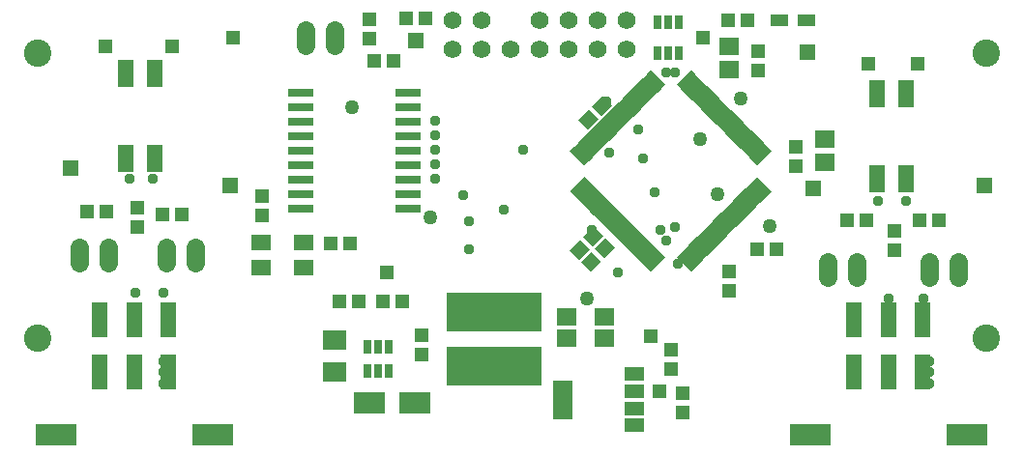
<source format=gts>
G75*
G70*
%OFA0B0*%
%FSLAX24Y24*%
%IPPOS*%
%LPD*%
%AMOC8*
5,1,8,0,0,1.08239X$1,22.5*
%
%ADD10C,0.0946*%
%ADD11R,0.0198X0.0710*%
%ADD12R,0.0474X0.0513*%
%ADD13C,0.0620*%
%ADD14R,0.0671X0.0631*%
%ADD15R,0.0513X0.0474*%
%ADD16R,0.0316X0.0493*%
%ADD17R,0.0631X0.0434*%
%ADD18R,0.0710X0.0572*%
%ADD19C,0.0620*%
%ADD20R,0.0552X0.0950*%
%ADD21R,0.0867X0.0316*%
%ADD22R,0.0580X0.1230*%
%ADD23R,0.1430X0.0730*%
%ADD24R,0.0671X0.0474*%
%ADD25R,0.0671X0.1379*%
%ADD26R,0.0277X0.0474*%
%ADD27R,0.0789X0.0710*%
%ADD28R,0.0671X0.0592*%
%ADD29R,0.3308X0.1379*%
%ADD30R,0.1064X0.0749*%
%ADD31R,0.0552X0.0552*%
%ADD32R,0.0496X0.0496*%
%ADD33C,0.0377*%
%ADD34C,0.0496*%
D10*
X027294Y005832D03*
X027294Y015675D03*
X059972Y015675D03*
X059972Y005832D03*
D11*
G36*
X051753Y010071D02*
X051613Y009931D01*
X051111Y010433D01*
X051251Y010573D01*
X051753Y010071D01*
G37*
G36*
X051892Y010210D02*
X051752Y010070D01*
X051250Y010572D01*
X051390Y010712D01*
X051892Y010210D01*
G37*
G36*
X052031Y010349D02*
X051891Y010209D01*
X051389Y010711D01*
X051529Y010851D01*
X052031Y010349D01*
G37*
G36*
X052170Y010488D02*
X052030Y010348D01*
X051528Y010850D01*
X051668Y010990D01*
X052170Y010488D01*
G37*
G36*
X052309Y010627D02*
X052169Y010487D01*
X051667Y010989D01*
X051807Y011129D01*
X052309Y010627D01*
G37*
G36*
X052449Y010766D02*
X052309Y010626D01*
X051807Y011128D01*
X051947Y011268D01*
X052449Y010766D01*
G37*
G36*
X052588Y010906D02*
X052448Y010766D01*
X051946Y011268D01*
X052086Y011408D01*
X052588Y010906D01*
G37*
G36*
X051613Y009931D02*
X051473Y009791D01*
X050971Y010293D01*
X051111Y010433D01*
X051613Y009931D01*
G37*
G36*
X051474Y009792D02*
X051334Y009652D01*
X050832Y010154D01*
X050972Y010294D01*
X051474Y009792D01*
G37*
G36*
X051335Y009653D02*
X051195Y009513D01*
X050693Y010015D01*
X050833Y010155D01*
X051335Y009653D01*
G37*
G36*
X051196Y009514D02*
X051056Y009374D01*
X050554Y009876D01*
X050694Y010016D01*
X051196Y009514D01*
G37*
G36*
X051057Y009375D02*
X050917Y009235D01*
X050415Y009737D01*
X050555Y009877D01*
X051057Y009375D01*
G37*
G36*
X050917Y009235D02*
X050777Y009095D01*
X050275Y009597D01*
X050415Y009737D01*
X050917Y009235D01*
G37*
G36*
X050778Y009096D02*
X050638Y008956D01*
X050136Y009458D01*
X050276Y009598D01*
X050778Y009096D01*
G37*
G36*
X050639Y008957D02*
X050499Y008817D01*
X049997Y009319D01*
X050137Y009459D01*
X050639Y008957D01*
G37*
G36*
X050500Y008818D02*
X050360Y008678D01*
X049858Y009180D01*
X049998Y009320D01*
X050500Y008818D01*
G37*
G36*
X050361Y008679D02*
X050221Y008539D01*
X049719Y009041D01*
X049859Y009181D01*
X050361Y008679D01*
G37*
G36*
X050221Y008539D02*
X050081Y008399D01*
X049579Y008901D01*
X049719Y009041D01*
X050221Y008539D01*
G37*
G36*
X050082Y008400D02*
X049942Y008260D01*
X049440Y008762D01*
X049580Y008902D01*
X050082Y008400D01*
G37*
G36*
X049943Y008261D02*
X049803Y008121D01*
X049301Y008623D01*
X049441Y008763D01*
X049943Y008261D01*
G37*
G36*
X048411Y008121D02*
X048271Y008261D01*
X048773Y008763D01*
X048913Y008623D01*
X048411Y008121D01*
G37*
G36*
X048272Y008260D02*
X048132Y008400D01*
X048634Y008902D01*
X048774Y008762D01*
X048272Y008260D01*
G37*
G36*
X048133Y008399D02*
X047993Y008539D01*
X048495Y009041D01*
X048635Y008901D01*
X048133Y008399D01*
G37*
G36*
X047993Y008539D02*
X047853Y008679D01*
X048355Y009181D01*
X048495Y009041D01*
X047993Y008539D01*
G37*
G36*
X047854Y008678D02*
X047714Y008818D01*
X048216Y009320D01*
X048356Y009180D01*
X047854Y008678D01*
G37*
G36*
X047715Y008817D02*
X047575Y008957D01*
X048077Y009459D01*
X048217Y009319D01*
X047715Y008817D01*
G37*
G36*
X047576Y008956D02*
X047436Y009096D01*
X047938Y009598D01*
X048078Y009458D01*
X047576Y008956D01*
G37*
G36*
X047437Y009095D02*
X047297Y009235D01*
X047799Y009737D01*
X047939Y009597D01*
X047437Y009095D01*
G37*
G36*
X047298Y009235D02*
X047158Y009375D01*
X047660Y009877D01*
X047800Y009737D01*
X047298Y009235D01*
G37*
G36*
X047158Y009374D02*
X047018Y009514D01*
X047520Y010016D01*
X047660Y009876D01*
X047158Y009374D01*
G37*
G36*
X047019Y009513D02*
X046879Y009653D01*
X047381Y010155D01*
X047521Y010015D01*
X047019Y009513D01*
G37*
G36*
X046880Y009652D02*
X046740Y009792D01*
X047242Y010294D01*
X047382Y010154D01*
X046880Y009652D01*
G37*
G36*
X046741Y009791D02*
X046601Y009931D01*
X047103Y010433D01*
X047243Y010293D01*
X046741Y009791D01*
G37*
G36*
X046602Y009931D02*
X046462Y010071D01*
X046964Y010573D01*
X047104Y010433D01*
X046602Y009931D01*
G37*
G36*
X046462Y010070D02*
X046322Y010210D01*
X046824Y010712D01*
X046964Y010572D01*
X046462Y010070D01*
G37*
G36*
X046323Y010209D02*
X046183Y010349D01*
X046685Y010851D01*
X046825Y010711D01*
X046323Y010209D01*
G37*
G36*
X046184Y010348D02*
X046044Y010488D01*
X046546Y010990D01*
X046686Y010850D01*
X046184Y010348D01*
G37*
G36*
X046045Y010487D02*
X045905Y010627D01*
X046407Y011129D01*
X046547Y010989D01*
X046045Y010487D01*
G37*
G36*
X045906Y010626D02*
X045766Y010766D01*
X046268Y011268D01*
X046408Y011128D01*
X045906Y010626D01*
G37*
G36*
X045766Y010766D02*
X045626Y010906D01*
X046128Y011408D01*
X046268Y011268D01*
X045766Y010766D01*
G37*
G36*
X045626Y012298D02*
X045766Y012438D01*
X046268Y011936D01*
X046128Y011796D01*
X045626Y012298D01*
G37*
G36*
X045766Y012437D02*
X045906Y012577D01*
X046408Y012075D01*
X046268Y011935D01*
X045766Y012437D01*
G37*
G36*
X045905Y012576D02*
X046045Y012716D01*
X046547Y012214D01*
X046407Y012074D01*
X045905Y012576D01*
G37*
G36*
X046044Y012715D02*
X046184Y012855D01*
X046686Y012353D01*
X046546Y012213D01*
X046044Y012715D01*
G37*
G36*
X046183Y012855D02*
X046323Y012995D01*
X046825Y012493D01*
X046685Y012353D01*
X046183Y012855D01*
G37*
G36*
X046322Y012994D02*
X046462Y013134D01*
X046964Y012632D01*
X046824Y012492D01*
X046322Y012994D01*
G37*
G36*
X046462Y013133D02*
X046602Y013273D01*
X047104Y012771D01*
X046964Y012631D01*
X046462Y013133D01*
G37*
G36*
X046601Y013272D02*
X046741Y013412D01*
X047243Y012910D01*
X047103Y012770D01*
X046601Y013272D01*
G37*
G36*
X046740Y013411D02*
X046880Y013551D01*
X047382Y013049D01*
X047242Y012909D01*
X046740Y013411D01*
G37*
G36*
X046879Y013550D02*
X047019Y013690D01*
X047521Y013188D01*
X047381Y013048D01*
X046879Y013550D01*
G37*
G36*
X047018Y013690D02*
X047158Y013830D01*
X047660Y013328D01*
X047520Y013188D01*
X047018Y013690D01*
G37*
G36*
X047158Y013829D02*
X047298Y013969D01*
X047800Y013467D01*
X047660Y013327D01*
X047158Y013829D01*
G37*
G36*
X047297Y013968D02*
X047437Y014108D01*
X047939Y013606D01*
X047799Y013466D01*
X047297Y013968D01*
G37*
G36*
X047436Y014107D02*
X047576Y014247D01*
X048078Y013745D01*
X047938Y013605D01*
X047436Y014107D01*
G37*
G36*
X047575Y014246D02*
X047715Y014386D01*
X048217Y013884D01*
X048077Y013744D01*
X047575Y014246D01*
G37*
G36*
X047714Y014386D02*
X047854Y014526D01*
X048356Y014024D01*
X048216Y013884D01*
X047714Y014386D01*
G37*
G36*
X047853Y014525D02*
X047993Y014665D01*
X048495Y014163D01*
X048355Y014023D01*
X047853Y014525D01*
G37*
G36*
X047993Y014664D02*
X048133Y014804D01*
X048635Y014302D01*
X048495Y014162D01*
X047993Y014664D01*
G37*
G36*
X048132Y014803D02*
X048272Y014943D01*
X048774Y014441D01*
X048634Y014301D01*
X048132Y014803D01*
G37*
G36*
X048271Y014942D02*
X048411Y015082D01*
X048913Y014580D01*
X048773Y014440D01*
X048271Y014942D01*
G37*
G36*
X049803Y015082D02*
X049943Y014942D01*
X049441Y014440D01*
X049301Y014580D01*
X049803Y015082D01*
G37*
G36*
X049942Y014943D02*
X050082Y014803D01*
X049580Y014301D01*
X049440Y014441D01*
X049942Y014943D01*
G37*
G36*
X050081Y014804D02*
X050221Y014664D01*
X049719Y014162D01*
X049579Y014302D01*
X050081Y014804D01*
G37*
G36*
X050221Y014665D02*
X050361Y014525D01*
X049859Y014023D01*
X049719Y014163D01*
X050221Y014665D01*
G37*
G36*
X050360Y014526D02*
X050500Y014386D01*
X049998Y013884D01*
X049858Y014024D01*
X050360Y014526D01*
G37*
G36*
X050499Y014386D02*
X050639Y014246D01*
X050137Y013744D01*
X049997Y013884D01*
X050499Y014386D01*
G37*
G36*
X050638Y014247D02*
X050778Y014107D01*
X050276Y013605D01*
X050136Y013745D01*
X050638Y014247D01*
G37*
G36*
X050777Y014108D02*
X050917Y013968D01*
X050415Y013466D01*
X050275Y013606D01*
X050777Y014108D01*
G37*
G36*
X050917Y013969D02*
X051057Y013829D01*
X050555Y013327D01*
X050415Y013467D01*
X050917Y013969D01*
G37*
G36*
X051056Y013830D02*
X051196Y013690D01*
X050694Y013188D01*
X050554Y013328D01*
X051056Y013830D01*
G37*
G36*
X051195Y013690D02*
X051335Y013550D01*
X050833Y013048D01*
X050693Y013188D01*
X051195Y013690D01*
G37*
G36*
X051334Y013551D02*
X051474Y013411D01*
X050972Y012909D01*
X050832Y013049D01*
X051334Y013551D01*
G37*
G36*
X051473Y013412D02*
X051613Y013272D01*
X051111Y012770D01*
X050971Y012910D01*
X051473Y013412D01*
G37*
G36*
X051613Y013273D02*
X051753Y013133D01*
X051251Y012631D01*
X051111Y012771D01*
X051613Y013273D01*
G37*
G36*
X051752Y013134D02*
X051892Y012994D01*
X051390Y012492D01*
X051250Y012632D01*
X051752Y013134D01*
G37*
G36*
X051891Y012995D02*
X052031Y012855D01*
X051529Y012353D01*
X051389Y012493D01*
X051891Y012995D01*
G37*
G36*
X052030Y012855D02*
X052170Y012715D01*
X051668Y012213D01*
X051528Y012353D01*
X052030Y012855D01*
G37*
G36*
X052169Y012716D02*
X052309Y012576D01*
X051807Y012074D01*
X051667Y012214D01*
X052169Y012716D01*
G37*
G36*
X052309Y012577D02*
X052449Y012437D01*
X051947Y011935D01*
X051807Y012075D01*
X052309Y012577D01*
G37*
G36*
X052448Y012438D02*
X052588Y012298D01*
X052086Y011796D01*
X051946Y011936D01*
X052448Y012438D01*
G37*
D12*
X053407Y012436D03*
X053407Y011767D03*
X055172Y009902D03*
X055842Y009902D03*
X056807Y009536D03*
X057672Y009902D03*
X058342Y009902D03*
X056807Y008867D03*
X052742Y008902D03*
X052072Y008902D03*
X051107Y008136D03*
X051107Y007467D03*
X049107Y005436D03*
X049107Y004767D03*
X049507Y003936D03*
X049507Y003267D03*
X040507Y005267D03*
X040507Y005936D03*
X039842Y007102D03*
X039172Y007102D03*
X038342Y007102D03*
X037672Y007102D03*
X035007Y010067D03*
X035007Y010736D03*
X032242Y010102D03*
X031572Y010102D03*
X030707Y010336D03*
X029642Y010202D03*
X028972Y010202D03*
X030707Y009667D03*
X039972Y016874D03*
X040642Y016874D03*
X051072Y016805D03*
X051742Y016805D03*
X052107Y015736D03*
X052107Y015067D03*
D13*
X047584Y015807D03*
X046584Y015807D03*
X045584Y015807D03*
X044584Y015807D03*
X043584Y015807D03*
X042584Y015807D03*
X041584Y015807D03*
X041584Y016807D03*
X042584Y016807D03*
X044584Y016807D03*
X045584Y016807D03*
X046584Y016807D03*
X047584Y016807D03*
D14*
X051107Y015905D03*
X051107Y015098D03*
X054407Y012705D03*
X054407Y011898D03*
D15*
G36*
X047072Y013858D02*
X046711Y013497D01*
X046376Y013832D01*
X046737Y014193D01*
X047072Y013858D01*
G37*
G36*
X046599Y013384D02*
X046238Y013023D01*
X045903Y013358D01*
X046264Y013719D01*
X046599Y013384D01*
G37*
X039542Y015402D03*
X038872Y015402D03*
X038707Y016167D03*
X038707Y016836D03*
G36*
X046085Y009327D02*
X046446Y009688D01*
X046781Y009353D01*
X046420Y008992D01*
X046085Y009327D01*
G37*
G36*
X045611Y008854D02*
X045972Y009215D01*
X046307Y008880D01*
X045946Y008519D01*
X045611Y008854D01*
G37*
G36*
X046007Y008447D02*
X046368Y008808D01*
X046703Y008473D01*
X046342Y008112D01*
X046007Y008447D01*
G37*
G36*
X046480Y008921D02*
X046841Y009282D01*
X047176Y008947D01*
X046815Y008586D01*
X046480Y008921D01*
G37*
X038042Y009102D03*
X037372Y009102D03*
D16*
X048633Y015670D03*
X049007Y015670D03*
X049381Y015670D03*
X049381Y016733D03*
X049007Y016733D03*
X048633Y016733D03*
D17*
X052836Y016805D03*
X053781Y016805D03*
D18*
X036435Y009135D03*
X034979Y009135D03*
X034979Y008269D03*
X036435Y008269D03*
D19*
X032707Y008432D02*
X032707Y008972D01*
X031707Y008972D02*
X031707Y008432D01*
X029707Y008432D02*
X029707Y008972D01*
X028707Y008972D02*
X028707Y008432D01*
X036507Y015932D02*
X036507Y016472D01*
X037507Y016472D02*
X037507Y015932D01*
X054507Y008472D02*
X054507Y007932D01*
X055507Y007932D02*
X055507Y008472D01*
X058007Y008472D02*
X058007Y007932D01*
X059007Y007932D02*
X059007Y008472D01*
D20*
X057199Y011345D03*
X056215Y011345D03*
X056215Y014258D03*
X057199Y014258D03*
X031299Y014958D03*
X030315Y014958D03*
X030315Y012045D03*
X031299Y012045D03*
D21*
X036357Y011802D03*
X036357Y012302D03*
X036357Y012802D03*
X036357Y013302D03*
X036357Y013802D03*
X036357Y014302D03*
X040057Y014302D03*
X040057Y013802D03*
X040057Y013302D03*
X040057Y012802D03*
X040057Y012302D03*
X040057Y011802D03*
X040057Y011302D03*
X040057Y010802D03*
X040057Y010302D03*
X036357Y010302D03*
X036357Y010802D03*
X036357Y011302D03*
D22*
X031788Y006478D03*
X030607Y006478D03*
X029426Y006478D03*
X029426Y004655D03*
X030607Y004655D03*
X031788Y004655D03*
X055426Y004655D03*
X056607Y004655D03*
X057788Y004655D03*
X057788Y006478D03*
X056607Y006478D03*
X055426Y006478D03*
D23*
X053897Y002502D03*
X059317Y002502D03*
X033317Y002502D03*
X027897Y002502D03*
D24*
X047847Y002816D03*
X047847Y003406D03*
X047847Y003997D03*
X047847Y004588D03*
D25*
X045367Y003702D03*
D26*
X039381Y004688D03*
X039007Y004688D03*
X038633Y004688D03*
X038633Y005515D03*
X039007Y005515D03*
X039381Y005515D03*
D27*
X037507Y005753D03*
X037507Y004651D03*
D28*
X045507Y005828D03*
X046807Y005828D03*
X046807Y006576D03*
X045507Y006576D03*
D29*
X043007Y006727D03*
X043007Y004877D03*
D30*
X040294Y003602D03*
X038720Y003602D03*
D31*
X033907Y011102D03*
X028407Y011702D03*
X040307Y016102D03*
X053807Y015702D03*
X054007Y011002D03*
X059907Y011102D03*
D32*
X057607Y015302D03*
X055907Y015302D03*
X050207Y016202D03*
X034007Y016202D03*
X031907Y015902D03*
X029607Y015902D03*
X039307Y008102D03*
X048407Y005902D03*
X048707Y004002D03*
D33*
X056625Y007210D03*
X057806Y007210D03*
X058003Y005045D03*
X058003Y004651D03*
X058003Y004258D03*
X049342Y008391D03*
X048948Y009179D03*
X048751Y009573D03*
X049243Y009671D03*
X046389Y009573D03*
X047275Y008096D03*
X043338Y010262D03*
X042157Y009868D03*
X041960Y010754D03*
X040976Y011344D03*
X040976Y011836D03*
X040976Y012329D03*
X040976Y012821D03*
X040976Y013313D03*
X044027Y012329D03*
X046980Y012230D03*
X048161Y012033D03*
X047964Y013017D03*
X046881Y014002D03*
X048948Y014986D03*
X049243Y014986D03*
X048554Y010852D03*
X042157Y008884D03*
X031625Y007407D03*
X030641Y007407D03*
X031625Y005045D03*
X031625Y004651D03*
X031625Y004258D03*
X031231Y011344D03*
X030444Y011344D03*
X056231Y010557D03*
X057216Y010557D03*
D34*
X052507Y009702D03*
X050707Y010802D03*
X050107Y012702D03*
X051507Y014102D03*
X040807Y010002D03*
X046207Y007202D03*
X038107Y013802D03*
M02*

</source>
